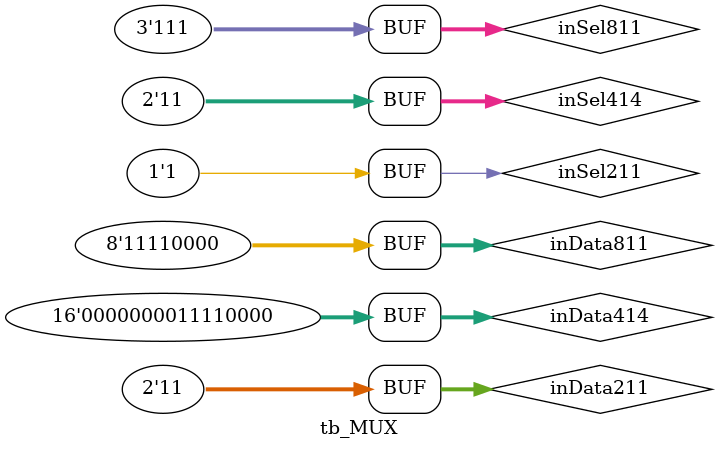
<source format=sv>
`timescale 1ns / 1ps

 
module tb_MUX();

parameter	CLK_PERIOD = 20 ; 

reg	[1  : 0]	inData211	;
reg	    	    inSel211	;
reg	    	    outData211	;

reg [15 : 0]    inData414	;
reg	[1  : 0]	inSel414	;
reg	[3  : 0] 	outData414	;

reg	[7  : 0]	inData811	;
reg	[2  : 0]	inSel811	;
reg	        	outData811	;


MUX211 u_mux211 (
	.inData			(inData211	), 
	.inSel			(inSel211	),
	.outData		(outData211	)
);

MUX414 u_mux414 (
	.inData			(inData414	), 
	.inSel			(inSel414	),
	.outData		(outData414	)
);

MUX811 u_mux811 (
	.inData			(inData811	), 
	.inSel			(inSel811	),
	.outData		(outData811	)
);

initial begin 
	inData211 = 2'b0;
	inSel211  = 1'b0;

	inData414 = 16'b0;
	inSel414  = 2'b0;

	inData811 = 8'b0;
	inSel811  = 3'b0;
end


always begin : SEL

    inSel211  = 1'b0; inSel414  = 2'b00; inSel811  = 3'b000;
	#CLK_PERIOD ; #CLK_PERIOD ; #CLK_PERIOD ; #CLK_PERIOD ;
	#CLK_PERIOD ; #CLK_PERIOD ; #CLK_PERIOD ; #CLK_PERIOD ;
	#CLK_PERIOD ; #CLK_PERIOD ; #CLK_PERIOD ; #CLK_PERIOD ;
	#CLK_PERIOD ; #CLK_PERIOD ; #CLK_PERIOD ; #CLK_PERIOD ;

    inSel211  = 1'b1; inSel414  = 2'b01; inSel811  = 3'b001;
	#CLK_PERIOD ; #CLK_PERIOD ; #CLK_PERIOD ; #CLK_PERIOD ;
	#CLK_PERIOD ; #CLK_PERIOD ; #CLK_PERIOD ; #CLK_PERIOD ;
	#CLK_PERIOD ; #CLK_PERIOD ; #CLK_PERIOD ; #CLK_PERIOD ;
	#CLK_PERIOD ; #CLK_PERIOD ; #CLK_PERIOD ; #CLK_PERIOD ;
    
    inSel211  = 1'b0; inSel414  = 2'b10; inSel811  = 3'b010;
	#CLK_PERIOD ; #CLK_PERIOD ; #CLK_PERIOD ; #CLK_PERIOD ;
	#CLK_PERIOD ; #CLK_PERIOD ; #CLK_PERIOD ; #CLK_PERIOD ;
	#CLK_PERIOD ; #CLK_PERIOD ; #CLK_PERIOD ; #CLK_PERIOD ;
	#CLK_PERIOD ; #CLK_PERIOD ; #CLK_PERIOD ; #CLK_PERIOD ;
    
    inSel211  = 1'b1; inSel414  = 2'b11; inSel811  = 3'b011;
	#CLK_PERIOD ; #CLK_PERIOD ; #CLK_PERIOD ; #CLK_PERIOD ;
	#CLK_PERIOD ; #CLK_PERIOD ; #CLK_PERIOD ; #CLK_PERIOD ;
	#CLK_PERIOD ; #CLK_PERIOD ; #CLK_PERIOD ; #CLK_PERIOD ;
	#CLK_PERIOD ; #CLK_PERIOD ; #CLK_PERIOD ; #CLK_PERIOD ;
    
    inSel211  = 1'b0; inSel414  = 2'b00; inSel811  = 3'b100;
	#CLK_PERIOD ; #CLK_PERIOD ; #CLK_PERIOD ; #CLK_PERIOD ;
	#CLK_PERIOD ; #CLK_PERIOD ; #CLK_PERIOD ; #CLK_PERIOD ;
	#CLK_PERIOD ; #CLK_PERIOD ; #CLK_PERIOD ; #CLK_PERIOD ;
	#CLK_PERIOD ; #CLK_PERIOD ; #CLK_PERIOD ; #CLK_PERIOD ;
    
    inSel211  = 1'b1; inSel414  = 2'b01; inSel811  = 3'b101;
	#CLK_PERIOD ; #CLK_PERIOD ; #CLK_PERIOD ; #CLK_PERIOD ;
	#CLK_PERIOD ; #CLK_PERIOD ; #CLK_PERIOD ; #CLK_PERIOD ;
	#CLK_PERIOD ; #CLK_PERIOD ; #CLK_PERIOD ; #CLK_PERIOD ;
	#CLK_PERIOD ; #CLK_PERIOD ; #CLK_PERIOD ; #CLK_PERIOD ;
    
    inSel211  = 1'b0; inSel414  = 2'b10; inSel811  = 3'b110;
	#CLK_PERIOD ; #CLK_PERIOD ; #CLK_PERIOD ; #CLK_PERIOD ;
	#CLK_PERIOD ; #CLK_PERIOD ; #CLK_PERIOD ; #CLK_PERIOD ;
	#CLK_PERIOD ; #CLK_PERIOD ; #CLK_PERIOD ; #CLK_PERIOD ;
	#CLK_PERIOD ; #CLK_PERIOD ; #CLK_PERIOD ; #CLK_PERIOD ;
    
    inSel211  = 1'b1; inSel414  = 2'b11; inSel811  = 3'b111;
	#CLK_PERIOD ; #CLK_PERIOD ; #CLK_PERIOD ; #CLK_PERIOD ;
	#CLK_PERIOD ; #CLK_PERIOD ; #CLK_PERIOD ; #CLK_PERIOD ;
	#CLK_PERIOD ; #CLK_PERIOD ; #CLK_PERIOD ; #CLK_PERIOD ;
	#CLK_PERIOD ; #CLK_PERIOD ; #CLK_PERIOD ; #CLK_PERIOD ;
    
end

always begin : DATA211

    inData211 = 2'b00;
    #CLK_PERIOD;

    inData211 = 2'b01;
    #CLK_PERIOD;

    inData211 = 2'b10;
    #CLK_PERIOD;

    inData211 = 2'b11;
    #CLK_PERIOD;

end

always begin : DATA414
    
    inData414 = 16'h00;
    #CLK_PERIOD;
    inData414 = 16'h01;
    #CLK_PERIOD;
    inData414 = 16'h02;
    #CLK_PERIOD;
    inData414 = 16'h03;
    #CLK_PERIOD;
    inData414 = 16'h04;
    #CLK_PERIOD;
    inData414 = 16'h05;
    #CLK_PERIOD;
    inData414 = 16'h06;
    #CLK_PERIOD;
    inData414 = 16'h07;
    #CLK_PERIOD;
    inData414 = 16'h08;
    #CLK_PERIOD;
    inData414 = 16'h09;
    #CLK_PERIOD;
    inData414 = 16'h0A;
    #CLK_PERIOD;
    inData414 = 16'h0B;
    #CLK_PERIOD;
    inData414 = 16'h0C;
    #CLK_PERIOD;
    inData414 = 16'h0D;
    #CLK_PERIOD;
    inData414 = 16'h0E;
    #CLK_PERIOD;
    inData414 = 16'h0F;
    #CLK_PERIOD;
    inData414 = 16'h10;
    #CLK_PERIOD;
    inData414 = 16'h20;
    #CLK_PERIOD;
    inData414 = 16'h30;
    #CLK_PERIOD;
    inData414 = 16'h40;
    #CLK_PERIOD;
    inData414 = 16'h50;
    #CLK_PERIOD;
    inData414 = 16'h60;
    #CLK_PERIOD;
    inData414 = 16'h70;
    #CLK_PERIOD;
    inData414 = 16'h80;
    #CLK_PERIOD;
    inData414 = 16'h90;
    #CLK_PERIOD;
    inData414 = 16'hA0;
    #CLK_PERIOD;
    inData414 = 16'hB0;
    #CLK_PERIOD;
    inData414 = 16'hC0;
    #CLK_PERIOD;
    inData414 = 16'hD0;
    #CLK_PERIOD;
    inData414 = 16'hE0;
    #CLK_PERIOD;
    inData414 = 16'hF0;
    #CLK_PERIOD;

end

always begin : DATA414
    inData811 = 8'h00;
    #CLK_PERIOD;

    inData811 = 8'h01;
    #CLK_PERIOD;

    inData811 = 8'h02;
    #CLK_PERIOD;

    inData811 = 8'h03;
    #CLK_PERIOD;

    inData811 = 8'h04;
    #CLK_PERIOD;

    inData811 = 8'h05;
    #CLK_PERIOD;

    inData811 = 8'h06;
    #CLK_PERIOD;

    inData811 = 8'h07;
    #CLK_PERIOD;

    inData811 = 8'h08;
    #CLK_PERIOD;

    inData811 = 8'h09;
    #CLK_PERIOD;

    inData811 = 8'h0A;
    #CLK_PERIOD;

    inData811 = 8'h0B;
    #CLK_PERIOD;

    inData811 = 8'h0C;
    #CLK_PERIOD;

    inData811 = 8'h0D;
    #CLK_PERIOD;

    inData811 = 8'h0E;
    #CLK_PERIOD;

    inData811 = 8'h0F;
    #CLK_PERIOD;

    inData811 = 8'h10;
    #CLK_PERIOD;

    inData811 = 8'h20;
    #CLK_PERIOD;

    inData811 = 8'h30;
    #CLK_PERIOD;

    inData811 = 8'h40;
    #CLK_PERIOD;

    inData811 = 8'h50;
    #CLK_PERIOD;

    inData811 = 8'h60;
    #CLK_PERIOD;

    inData811 = 8'h70;
    #CLK_PERIOD;

    inData811 = 8'h80;
    #CLK_PERIOD;

    inData811 = 8'h90;
    #CLK_PERIOD;

    inData811 = 8'hA0;
    #CLK_PERIOD;

    inData811 = 8'hB0;
    #CLK_PERIOD;

    inData811 = 8'hC0;
    #CLK_PERIOD;

    inData811 = 8'hD0;
    #CLK_PERIOD;

    inData811 = 8'hE0;
    #CLK_PERIOD;

    inData811 = 8'hF0;
    #CLK_PERIOD;

end



endmodule


</source>
